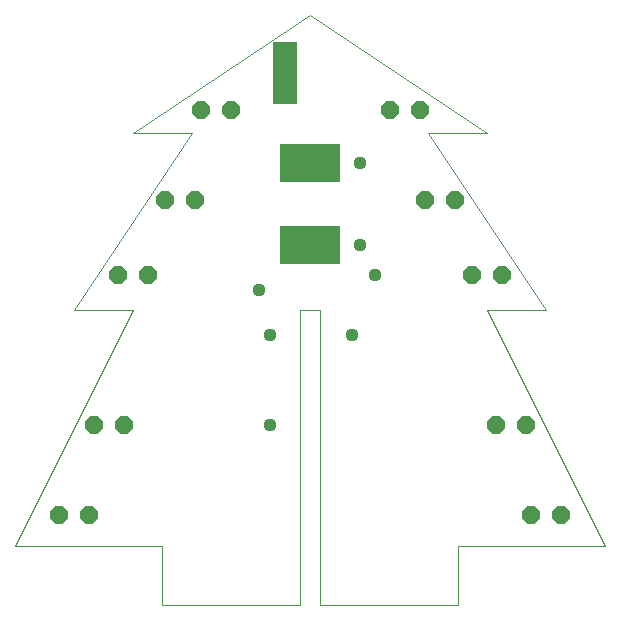
<source format=gbs>
G75*
G70*
%OFA0B0*%
%FSLAX24Y24*%
%IPPOS*%
%LPD*%
%AMOC8*
5,1,8,0,0,1.08239X$1,22.5*
%
%ADD10C,0.0000*%
%ADD11OC8,0.0600*%
%ADD12R,0.2049X0.1261*%
%ADD13R,0.0830X0.2080*%
%ADD14C,0.0437*%
D10*
X000111Y002079D02*
X004048Y009953D01*
X002079Y009953D01*
X006016Y015859D01*
X004048Y015859D01*
X009953Y019796D01*
X015859Y015859D01*
X013890Y015859D01*
X017827Y009953D01*
X015859Y009953D01*
X019796Y002079D01*
X014890Y002079D01*
X014890Y000111D01*
X010288Y000111D01*
X010288Y009953D01*
X009619Y009953D01*
X009619Y000111D01*
X005016Y000111D01*
X005016Y002079D01*
X000111Y002079D01*
D11*
X001579Y003111D03*
X002579Y003111D03*
X002760Y006111D03*
X003760Y006111D03*
X003548Y011111D03*
X004548Y011111D03*
X005123Y013611D03*
X006123Y013611D03*
X006304Y016611D03*
X007304Y016611D03*
X012603Y016611D03*
X013603Y016611D03*
X013784Y013611D03*
X014784Y013611D03*
X015359Y011111D03*
X016359Y011111D03*
X016146Y006111D03*
X017146Y006111D03*
X017327Y003111D03*
X018327Y003111D03*
D12*
X009953Y012111D03*
X009953Y014861D03*
D13*
X009111Y017861D03*
D14*
X011611Y014861D03*
X011611Y012111D03*
X012111Y011111D03*
X011361Y009111D03*
X008611Y009111D03*
X008236Y010611D03*
X008611Y006111D03*
M02*

</source>
